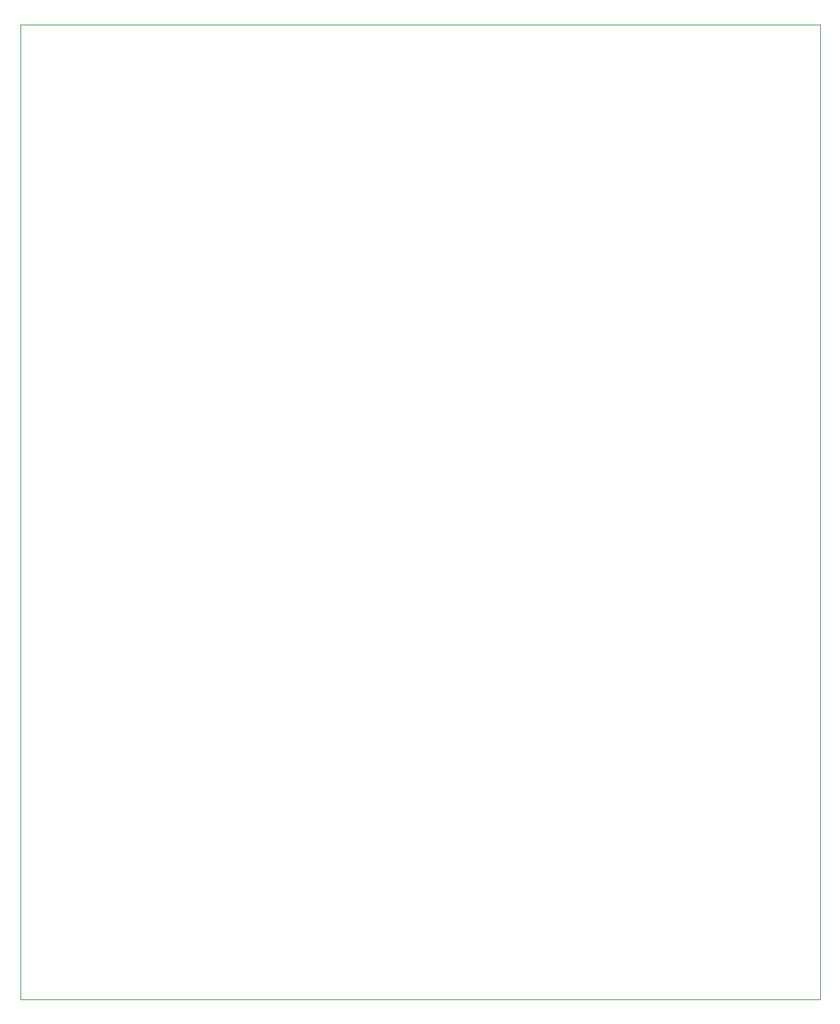
<source format=gm1>
%TF.GenerationSoftware,KiCad,Pcbnew,5.1.12-84ad8e8a86~92~ubuntu20.04.1*%
%TF.CreationDate,2021-11-20T18:36:58+00:00*%
%TF.ProjectId,single,73696e67-6c65-42e6-9b69-6361645f7063,rev?*%
%TF.SameCoordinates,Original*%
%TF.FileFunction,Profile,NP*%
%FSLAX46Y46*%
G04 Gerber Fmt 4.6, Leading zero omitted, Abs format (unit mm)*
G04 Created by KiCad (PCBNEW 5.1.12-84ad8e8a86~92~ubuntu20.04.1) date 2021-11-20 18:36:58*
%MOMM*%
%LPD*%
G01*
G04 APERTURE LIST*
%TA.AperFunction,Profile*%
%ADD10C,0.050000*%
%TD*%
G04 APERTURE END LIST*
D10*
X20320000Y-20320000D02*
X20320000Y-140970000D01*
X119380000Y-20320000D02*
X20320000Y-20320000D01*
X119380000Y-140970000D02*
X119380000Y-20320000D01*
X20320000Y-140970000D02*
X119380000Y-140970000D01*
M02*

</source>
